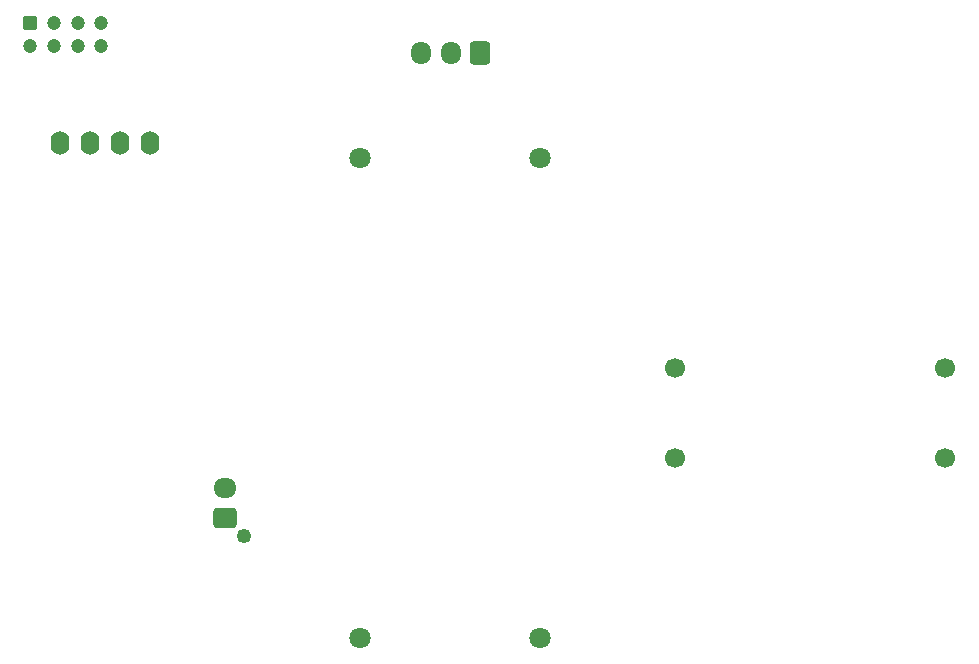
<source format=gbr>
%TF.GenerationSoftware,KiCad,Pcbnew,7.0.10*%
%TF.CreationDate,2024-02-04T18:22:09-08:00*%
%TF.ProjectId,514 pcb design,35313420-7063-4622-9064-657369676e2e,rev?*%
%TF.SameCoordinates,Original*%
%TF.FileFunction,Soldermask,Bot*%
%TF.FilePolarity,Negative*%
%FSLAX46Y46*%
G04 Gerber Fmt 4.6, Leading zero omitted, Abs format (unit mm)*
G04 Created by KiCad (PCBNEW 7.0.10) date 2024-02-04 18:22:09*
%MOMM*%
%LPD*%
G01*
G04 APERTURE LIST*
G04 Aperture macros list*
%AMRoundRect*
0 Rectangle with rounded corners*
0 $1 Rounding radius*
0 $2 $3 $4 $5 $6 $7 $8 $9 X,Y pos of 4 corners*
0 Add a 4 corners polygon primitive as box body*
4,1,4,$2,$3,$4,$5,$6,$7,$8,$9,$2,$3,0*
0 Add four circle primitives for the rounded corners*
1,1,$1+$1,$2,$3*
1,1,$1+$1,$4,$5*
1,1,$1+$1,$6,$7*
1,1,$1+$1,$8,$9*
0 Add four rect primitives between the rounded corners*
20,1,$1+$1,$2,$3,$4,$5,0*
20,1,$1+$1,$4,$5,$6,$7,0*
20,1,$1+$1,$6,$7,$8,$9,0*
20,1,$1+$1,$8,$9,$2,$3,0*%
G04 Aperture macros list end*
%ADD10O,1.600000X2.000000*%
%ADD11C,1.800000*%
%ADD12O,1.950000X1.700000*%
%ADD13RoundRect,0.250000X0.725000X-0.600000X0.725000X0.600000X-0.725000X0.600000X-0.725000X-0.600000X0*%
%ADD14C,1.250000*%
%ADD15RoundRect,0.250000X-0.350000X-0.350000X0.350000X-0.350000X0.350000X0.350000X-0.350000X0.350000X0*%
%ADD16C,1.200000*%
%ADD17C,1.700000*%
%ADD18O,1.700000X1.950000*%
%ADD19RoundRect,0.250000X0.600000X0.725000X-0.600000X0.725000X-0.600000X-0.725000X0.600000X-0.725000X0*%
G04 APERTURE END LIST*
D10*
%TO.C,Brd1*%
X102870000Y-68580000D03*
X100330000Y-68580000D03*
X97790000Y-68580000D03*
X95250000Y-68580000D03*
%TD*%
D11*
%TO.C,A2*%
X135890000Y-110490000D03*
X135890000Y-69850000D03*
X120650000Y-110490000D03*
X120650000Y-69850000D03*
%TD*%
D12*
%TO.C,J1*%
X109220000Y-97830000D03*
D13*
X109220000Y-100330000D03*
D14*
X110820000Y-101930000D03*
%TD*%
D15*
%TO.C,BT1*%
X92710000Y-58420000D03*
D16*
X92710000Y-60420000D03*
X94710000Y-58420000D03*
X94710000Y-60420000D03*
X96710000Y-58420000D03*
X96710000Y-60420000D03*
X98710000Y-58420000D03*
X98710000Y-60420000D03*
%TD*%
D17*
%TO.C,M1*%
X147320000Y-87630000D03*
X147320000Y-95250000D03*
X170180000Y-95250000D03*
X170180000Y-87630000D03*
%TD*%
D18*
%TO.C,SW1*%
X125810000Y-60960000D03*
X128310000Y-60960000D03*
D19*
X130810000Y-60960000D03*
%TD*%
M02*

</source>
